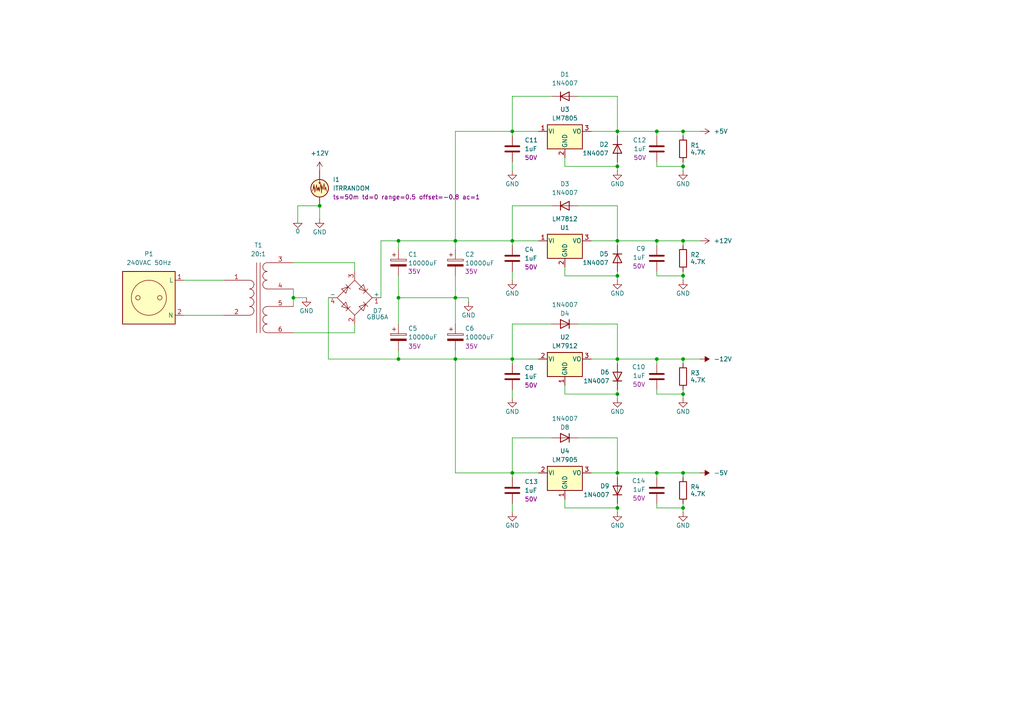
<source format=kicad_sch>
(kicad_sch (version 20231120) (generator "eeschema") (generator_version "8.0")
  (paper "A4")
  (title_block (title "Eurorack_PSU") (date "2026-02-28") (rev "1") (company "Mitch Reynolds"))
  (lib_symbols
    (symbol "Connector:Conn_Plug_2P"
      (property "Reference" "P" (at -7.112 8.636 0))
      (property "Value" "Conn_Plug_2P" (at 0.254 -8.89 0))
      (symbol "Conn_Plug_2P_0_1"
        (circle (center 0 0) (radius 5.08))
      )
      (symbol "Conn_Plug_2P_1_1"
        (rectangle (start -7.62 7.62) (end 7.62 -7.62) (stroke (width 0.254)) (fill (type background)))
        (circle (center -3.175 0) (radius 0.635))
        (circle (center 3.175 0) (radius 0.635))
        (pin power_in line (at 10.16 5.08 180) (length 2.54) (name "L") (number "1"))
        (pin power_out line (at 10.16 -5.08 180) (length 2.54) (name "N") (number "2"))
      )
    )
    (symbol "Device:C" (pin_numbers hide) (pin_names (offset 0.254))
      (property "Reference" "C" (at 0.635 2.54 0))
      (property "Value" "C" (at 0.635 -2.54 0))
      (symbol "C_0_1"
        (polyline (pts (xy -2.032 -0.762) (xy 2.032 -0.762)) (stroke (width 0.508)))
        (polyline (pts (xy -2.032 0.762) (xy 2.032 0.762)) (stroke (width 0.508)))
      )
      (symbol "C_1_1"
        (pin passive line (at 0 3.81 270) (length 2.794) (name "~") (number "1"))
        (pin passive line (at 0 -3.81 90) (length 2.794) (name "~") (number "2"))
      )
    )
    (symbol "Device:C_Polarized" (pin_numbers hide) (pin_names (offset 0.254))
      (property "Reference" "C" (at 0.635 2.54 0))
      (property "Value" "C_Polarized" (at 0.635 -2.54 0))
      (symbol "C_Polarized_0_1"
        (rectangle (start -2.286 0.508) (end 2.286 1.016))
        (polyline (pts (xy -1.778 2.286) (xy -0.762 2.286)))
        (polyline (pts (xy -1.27 2.794) (xy -1.27 1.778)))
        (rectangle (start 2.286 -0.508) (end -2.286 -1.016) (fill (type outline)))
      )
      (symbol "C_Polarized_1_1"
        (pin passive line (at 0 3.81 270) (length 2.794) (name "~") (number "1"))
        (pin passive line (at 0 -3.81 90) (length 2.794) (name "~") (number "2"))
      )
    )
    (symbol "Device:R" (pin_numbers hide) (pin_names (offset 0))
      (property "Reference" "R" (at 2.032 0 90))
      (property "Value" "R" (at -2.032 0 90))
      (symbol "R_0_1"
        (rectangle (start -1.016 -2.54) (end 1.016 2.54) (stroke (width 0.254)))
      )
      (symbol "R_1_1"
        (pin passive line (at 0 3.81 270) (length 1.27) (name "~") (number "1"))
        (pin passive line (at 0 -3.81 90) (length 1.27) (name "~") (number "2"))
      )
    )
    (symbol "Device:Transformer_1P_2S" (pin_names (offset 1.016) hide)
      (property "Reference" "T" (at 0 12.7 0))
      (property "Value" "Transformer_1P_2S" (at 0 -12.7 0))
      (symbol "Transformer_1P_2S_0_1"
        (arc (start -2.54 -5.0546) (mid -1.6599 -4.6901) (end -1.27 -3.81))
        (arc (start -2.54 -2.5146) (mid -1.6599 -2.1501) (end -1.27 -1.27))
        (arc (start -2.54 0.0254) (mid -1.6599 0.3899) (end -1.27 1.27))
        (arc (start -2.54 2.5654) (mid -1.6599 2.9299) (end -1.27 3.81))
        (arc (start -1.27 -3.81) (mid -1.642 -2.912) (end -2.54 -2.54))
        (arc (start -1.27 -1.27) (mid -1.642 -0.372) (end -2.54 0))
        (arc (start -1.27 1.27) (mid -1.642 2.168) (end -2.54 2.54))
        (arc (start -1.27 3.81) (mid -1.642 4.708) (end -2.54 5.08))
        (polyline (pts (xy -0.508 -10.16) (xy -0.508 10.16)))
        (polyline (pts (xy 0.508 10.16) (xy 0.508 -10.16)))
        (arc (start 1.2954 -8.89) (mid 1.6599 -9.7701) (end 2.54 -10.1346))
        (arc (start 1.2954 -6.35) (mid 1.6599 -7.2301) (end 2.54 -7.5946))
        (arc (start 1.2954 -3.81) (mid 1.6599 -4.6901) (end 2.54 -5.0546))
        (arc (start 1.2954 3.81) (mid 1.6599 2.9299) (end 2.54 2.5654))
        (arc (start 1.2954 6.35) (mid 1.6599 5.4699) (end 2.54 5.1054))
        (arc (start 1.2954 8.89) (mid 1.6599 8.0099) (end 2.54 7.6454))
        (arc (start 2.54 -7.62) (mid 1.642 -7.992) (end 1.2954 -8.89))
        (arc (start 2.54 -5.08) (mid 1.642 -5.452) (end 1.2954 -6.35))
        (arc (start 2.54 -2.54) (mid 1.642 -2.912) (end 1.2954 -3.81))
        (arc (start 2.54 5.08) (mid 1.642 4.708) (end 1.2954 3.81))
        (arc (start 2.54 7.62) (mid 1.642 7.248) (end 1.2954 6.35))
        (arc (start 2.54 10.16) (mid 1.642 9.788) (end 1.2954 8.89))
      )
      (symbol "Transformer_1P_2S_1_1"
        (pin passive line (at -10.16 5.08 0) (length 7.62) (name "AA") (number "1"))
        (pin passive line (at -10.16 -5.08 0) (length 7.62) (name "AB") (number "2"))
        (pin passive line (at 10.16 10.16 180) (length 7.62) (name "SA") (number "3"))
        (pin passive line (at 10.16 2.54 180) (length 7.62) (name "SB") (number "4"))
        (pin passive line (at 10.16 -2.54 180) (length 7.62) (name "SC") (number "5"))
        (pin passive line (at 10.16 -10.16 180) (length 7.62) (name "SD") (number "6"))
      )
    )
    (symbol "Diode:1N4007" (pin_numbers hide) (pin_names hide)
      (property "Reference" "D" (at 0 2.54 0))
      (property "Value" "1N4007" (at 0 -2.54 0))
      (symbol "1N4007_0_1"
        (polyline (pts (xy -1.27 1.27) (xy -1.27 -1.27)) (stroke (width 0.254)))
        (polyline (pts (xy 1.27 0) (xy -1.27 0)))
        (polyline (pts (xy 1.27 1.27) (xy 1.27 -1.27) (xy -1.27 0) (xy 1.27 1.27)) (stroke (width 0.254)))
      )
      (symbol "1N4007_1_1"
        (pin passive line (at -3.81 0 0) (length 2.54) (name "K") (number "1"))
        (pin passive line (at 3.81 0 180) (length 2.54) (name "A") (number "2"))
      )
    )
    (symbol "Diode_Bridge:GBU6A" (pin_names (offset 0))
      (property "Reference" "D" (at 2.54 6.985 0))
      (property "Value" "GBU6A" (at 2.54 5.08 0))
      (symbol "GBU6A_0_1"
        (polyline (pts (xy -2.54 3.81) (xy -1.27 2.54)))
        (polyline (pts (xy -1.27 -2.54) (xy -2.54 -3.81)))
        (polyline (pts (xy 2.54 -1.27) (xy 3.81 -2.54)))
        (polyline (pts (xy 2.54 1.27) (xy 3.81 2.54)))
        (polyline (pts (xy -3.81 2.54) (xy -2.54 1.27) (xy -1.905 3.175) (xy -3.81 2.54)))
        (polyline (pts (xy -2.54 -1.27) (xy -3.81 -2.54) (xy -1.905 -3.175) (xy -2.54 -1.27)))
        (polyline (pts (xy 1.27 2.54) (xy 2.54 3.81) (xy 3.175 1.905) (xy 1.27 2.54)))
        (polyline (pts (xy 3.175 -1.905) (xy 1.27 -2.54) (xy 2.54 -3.81) (xy 3.175 -1.905)))
        (polyline (pts (xy -5.08 0) (xy 0 -5.08) (xy 5.08 0) (xy 0 5.08) (xy -5.08 0)))
      )
      (symbol "GBU6A_1_1"
        (pin passive line (at 7.62 0 180) (length 2.54) (name "+") (number "1"))
        (pin passive line (at 0 -7.62 90) (length 2.54) (name "~") (number "2"))
        (pin passive line (at 0 7.62 270) (length 2.54) (name "~") (number "3"))
        (pin passive line (at -7.62 0 0) (length 2.54) (name "-") (number "4"))
      )
    )
    (symbol "Regulator_Linear:LM7805_TO220" (pin_names (offset 0.254))
      (property "Reference" "U" (at -3.81 3.175 0))
      (property "Value" "LM7805_TO220" (at 0 3.175 0))
      (symbol "LM7805_TO220_0_1"
        (rectangle (start -5.08 1.905) (end 5.08 -5.08) (stroke (width 0.254)) (fill (type background)))
      )
      (symbol "LM7805_TO220_1_1"
        (pin power_in line (at -7.62 0 0) (length 2.54) (name "VI") (number "1"))
        (pin power_in line (at 0 -7.62 90) (length 2.54) (name "GND") (number "2"))
        (pin power_out line (at 7.62 0 180) (length 2.54) (name "VO") (number "3"))
      )
    )
    (symbol "Regulator_Linear:LM7812_TO220" (pin_names (offset 0.254))
      (property "Reference" "U" (at -3.81 3.175 0))
      (property "Value" "LM7812_TO220" (at 0 3.175 0))
      (symbol "LM7812_TO220_0_1"
        (rectangle (start -5.08 1.905) (end 5.08 -5.08) (stroke (width 0.254)) (fill (type background)))
      )
      (symbol "LM7812_TO220_1_1"
        (pin power_in line (at -7.62 0 0) (length 2.54) (name "VI") (number "1"))
        (pin power_in line (at 0 -7.62 90) (length 2.54) (name "GND") (number "2"))
        (pin power_out line (at 7.62 0 180) (length 2.54) (name "VO") (number "3"))
      )
    )
    (symbol "Regulator_Linear:LM7905_TO220" (pin_names (offset 0.254))
      (property "Reference" "U" (at -3.81 -3.175 0))
      (property "Value" "LM7905_TO220" (at 0 -3.175 0))
      (symbol "LM7905_TO220_0_1"
        (rectangle (start -5.08 5.08) (end 5.08 -1.905) (stroke (width 0.254)) (fill (type background)))
      )
      (symbol "LM7905_TO220_1_1"
        (pin power_in line (at 0 7.62 270) (length 2.54) (name "GND") (number "1"))
        (pin power_in line (at -7.62 0 0) (length 2.54) (name "VI") (number "2"))
        (pin power_out line (at 7.62 0 180) (length 2.54) (name "VO") (number "3"))
      )
    )
    (symbol "Regulator_Linear:LM7912_TO220" (pin_names (offset 0.254))
      (property "Reference" "U" (at -3.81 -3.175 0))
      (property "Value" "LM7912_TO220" (at 0 -3.175 0))
      (symbol "LM7912_TO220_0_1"
        (rectangle (start -5.08 5.08) (end 5.08 -1.905) (stroke (width 0.254)) (fill (type background)))
      )
      (symbol "LM7912_TO220_1_1"
        (pin power_in line (at 0 7.62 270) (length 2.54) (name "GND") (number "1"))
        (pin power_in line (at -7.62 0 0) (length 2.54) (name "VI") (number "2"))
        (pin power_out line (at 7.62 0 180) (length 2.54) (name "VO") (number "3"))
      )
    )
    (symbol "Simulation_SPICE:0" (power) (pin_numbers hide) (pin_names (offset 0) hide)
      (property "Value" "0" (at 0 -2.54 0))
      (symbol "0_0_1"
        (polyline (pts (xy -1.27 0) (xy 0 -1.27) (xy 1.27 0) (xy -1.27 0)))
      )
      (symbol "0_1_1"
        (pin power_in line (at 0 0 0) (length 0) (name "~") (number "1"))
      )
    )
    (symbol "Simulation_SPICE:ITRRANDOM" (pin_numbers hide) (pin_names (offset 0.0254))
      (property "Reference" "I" (at 2.54 2.54 0))
      (property "Value" "ITRRANDOM" (at 2.54 0 0))
      (property "Sim.Params" "ts=1u td=0 range=1 offset=0" (at 2.54 -2.54 0))
      (symbol "ITRRANDOM_0_1"
        (polyline (pts (xy 0 1.27) (xy 0 2.286)))
        (polyline (pts (xy -0.254 1.778) (xy 0 1.27) (xy 0.254 1.778)))
        (polyline (pts (xy -2.032 -0.762) (xy -1.651 1.143) (xy -1.651 -0.254) (xy -1.524 0.508) (xy -1.397 -1.143) (xy -0.889 1.016) (xy -0.762 -0.762) (xy -0.508 0.254) (xy -0.381 -0.508) (xy -0.254 0.381) (xy -0.127 -0.889) (xy 0.381 1.397) (xy 0.508 -1.397) (xy 0.635 0.762) (xy 1.016 -0.381) (xy 1.27 1.397) (xy 1.524 -0.508) (xy 1.778 0.381) (xy 2.032 -0.889)))
        (circle (center 0 0) (radius 2.54) (stroke (width 0.254)) (fill (type background)))
      )
      (symbol "ITRRANDOM_1_1"
        (pin passive line (at 0 5.08 270) (length 2.54) (name "~") (number "1"))
        (pin passive line (at 0 -5.08 90) (length 2.54) (name "~") (number "2"))
      )
    )
    (symbol "power:+12V" (power) (pin_numbers hide) (pin_names (offset 0) hide)
      (property "Value" "+12V" (at 0 3.556 0))
      (symbol "+12V_0_1"
        (polyline (pts (xy -0.762 1.27) (xy 0 2.54)))
        (polyline (pts (xy 0 0) (xy 0 2.54)))
        (polyline (pts (xy 0 2.54) (xy 0.762 1.27)))
      )
      (symbol "+12V_1_1"
        (pin power_in line (at 0 0 90) (length 0) (name "~") (number "1"))
      )
    )
    (symbol "power:+5V" (power) (pin_numbers hide) (pin_names (offset 0) hide)
      (property "Value" "+5V" (at 0 3.556 0))
      (symbol "+5V_0_1"
        (polyline (pts (xy -0.762 1.27) (xy 0 2.54)))
        (polyline (pts (xy 0 0) (xy 0 2.54)))
        (polyline (pts (xy 0 2.54) (xy 0.762 1.27)))
      )
      (symbol "+5V_1_1"
        (pin power_in line (at 0 0 90) (length 0) (name "~") (number "1"))
      )
    )
    (symbol "power:-12V" (power) (pin_numbers hide) (pin_names (offset 0) hide)
      (property "Value" "-12V" (at 0 3.556 0))
      (symbol "-12V_0_0"
        (pin power_in line (at 0 0 90) (length 0) (name "~") (number "1"))
      )
      (symbol "-12V_0_1"
        (polyline (pts (xy 0 0) (xy 0 1.27) (xy 0.762 1.27) (xy 0 2.54) (xy -0.762 1.27) (xy 0 1.27)) (fill (type outline)))
      )
    )
    (symbol "power:-5V" (power) (pin_numbers hide) (pin_names (offset 0) hide)
      (property "Value" "-5V" (at 0 3.556 0))
      (symbol "-5V_0_0"
        (pin power_in line (at 0 0 90) (length 0) (name "~") (number "1"))
      )
      (symbol "-5V_0_1"
        (polyline (pts (xy 0 0) (xy 0 1.27) (xy 0.762 1.27) (xy 0 2.54) (xy -0.762 1.27) (xy 0 1.27)) (fill (type outline)))
      )
    )
    (symbol "power:GND" (power) (pin_numbers hide) (pin_names (offset 0) hide)
      (property "Value" "GND" (at 0 -3.81 0))
      (symbol "GND_0_1"
        (polyline (pts (xy 0 0) (xy 0 -1.27) (xy 1.27 -1.27) (xy 0 -2.54) (xy -1.27 -1.27) (xy 0 -1.27)))
      )
      (symbol "GND_1_1"
        (pin power_in line (at 0 0 270) (length 0) (name "~") (number "1"))
      )
    )
  )
  (junction (at 190.5 69.85))
  (junction (at 190.5 104.14))
  (junction (at 132.08 69.85))
  (junction (at 92.71 59.69))
  (junction (at 132.08 86.36))
  (junction (at 179.07 48.26))
  (junction (at 179.07 69.85))
  (junction (at 179.07 137.16))
  (junction (at 179.07 38.1))
  (junction (at 148.59 38.1))
  (junction (at 85.09 86.36))
  (junction (at 115.57 104.14))
  (junction (at 148.59 104.14))
  (junction (at 198.12 147.32))
  (junction (at 148.59 69.85))
  (junction (at 132.08 104.14))
  (junction (at 179.07 80.01))
  (junction (at 198.12 48.26))
  (junction (at 179.07 114.3))
  (junction (at 115.57 69.85))
  (junction (at 198.12 137.16))
  (junction (at 198.12 114.3))
  (junction (at 190.5 38.1))
  (junction (at 198.12 104.14))
  (junction (at 148.59 137.16))
  (junction (at 198.12 69.85))
  (junction (at 179.07 147.32))
  (junction (at 198.12 80.01))
  (junction (at 115.57 86.36))
  (junction (at 198.12 38.1))
  (junction (at 190.5 137.16))
  (junction (at 179.07 104.14))
  (wire (pts (xy 179.07 49.53) (xy 179.07 48.26)))
  (wire (pts (xy 198.12 137.16) (xy 203.2 137.16)))
  (wire (pts (xy 179.07 104.14) (xy 190.5 104.14)))
  (wire (pts (xy 160.02 27.94) (xy 148.59 27.94)))
  (wire (pts (xy 102.87 96.52) (xy 102.87 93.98)))
  (wire (pts (xy 132.08 101.6) (xy 132.08 104.14)))
  (wire (pts (xy 190.5 114.3) (xy 198.12 114.3)))
  (wire (pts (xy 190.5 104.14) (xy 190.5 105.41)))
  (wire (pts (xy 190.5 114.3) (xy 190.5 113.03)))
  (wire (pts (xy 85.09 83.82) (xy 85.09 86.36)))
  (wire (pts (xy 179.07 93.98) (xy 179.07 104.14)))
  (wire (pts (xy 132.08 104.14) (xy 132.08 137.16)))
  (wire (pts (xy 148.59 69.85) (xy 156.21 69.85)))
  (wire (pts (xy 115.57 72.39) (xy 115.57 69.85)))
  (wire (pts (xy 115.57 86.36) (xy 132.08 86.36)))
  (wire (pts (xy 179.07 137.16) (xy 179.07 127)))
  (wire (pts (xy 198.12 113.03) (xy 198.12 114.3)))
  (wire (pts (xy 148.59 127) (xy 148.59 137.16)))
  (wire (pts (xy 85.09 76.2) (xy 102.87 76.2)))
  (wire (pts (xy 190.5 78.74) (xy 190.5 80.01)))
  (wire (pts (xy 198.12 80.01) (xy 198.12 81.28)))
  (wire (pts (xy 179.07 81.28) (xy 179.07 80.01)))
  (wire (pts (xy 135.89 86.36) (xy 135.89 87.63)))
  (wire (pts (xy 179.07 59.69) (xy 179.07 69.85)))
  (wire (pts (xy 148.59 113.03) (xy 148.59 115.57)))
  (wire (pts (xy 160.02 59.69) (xy 148.59 59.69)))
  (wire (pts (xy 171.45 104.14) (xy 179.07 104.14)))
  (wire (pts (xy 132.08 72.39) (xy 132.08 69.85)))
  (wire (pts (xy 86.36 59.69) (xy 92.71 59.69)))
  (wire (pts (xy 190.5 38.1) (xy 198.12 38.1)))
  (wire (pts (xy 148.59 137.16) (xy 156.21 137.16)))
  (wire (pts (xy 148.59 69.85) (xy 148.59 71.12)))
  (wire (pts (xy 179.07 115.57) (xy 179.07 114.3)))
  (wire (pts (xy 132.08 104.14) (xy 148.59 104.14)))
  (wire (pts (xy 85.09 86.36) (xy 88.9 86.36)))
  (wire (pts (xy 163.83 45.72) (xy 163.83 48.26)))
  (wire (pts (xy 179.07 137.16) (xy 190.5 137.16)))
  (wire (pts (xy 132.08 69.85) (xy 132.08 38.1)))
  (wire (pts (xy 163.83 80.01) (xy 179.07 80.01)))
  (wire (pts (xy 92.71 59.69) (xy 92.71 63.5)))
  (wire (pts (xy 132.08 137.16) (xy 148.59 137.16)))
  (wire (pts (xy 148.59 146.05) (xy 148.59 148.59)))
  (wire (pts (xy 167.64 127) (xy 179.07 127)))
  (wire (pts (xy 115.57 80.01) (xy 115.57 86.36)))
  (wire (pts (xy 148.59 104.14) (xy 148.59 105.41)))
  (wire (pts (xy 198.12 39.37) (xy 198.12 38.1)))
  (wire (pts (xy 198.12 146.05) (xy 198.12 147.32)))
  (wire (pts (xy 198.12 114.3) (xy 198.12 115.57)))
  (wire (pts (xy 190.5 39.37) (xy 190.5 38.1)))
  (wire (pts (xy 198.12 147.32) (xy 198.12 148.59)))
  (wire (pts (xy 148.59 39.37) (xy 148.59 38.1)))
  (wire (pts (xy 86.36 59.69) (xy 86.36 64.77)))
  (wire (pts (xy 190.5 137.16) (xy 190.5 138.43)))
  (wire (pts (xy 115.57 69.85) (xy 132.08 69.85)))
  (wire (pts (xy 163.83 144.78) (xy 163.83 147.32)))
  (wire (pts (xy 190.5 147.32) (xy 190.5 146.05)))
  (wire (pts (xy 190.5 69.85) (xy 190.5 71.12)))
  (wire (pts (xy 160.02 127) (xy 148.59 127)))
  (wire (pts (xy 85.09 86.36) (xy 85.09 88.9)))
  (wire (pts (xy 132.08 69.85) (xy 148.59 69.85)))
  (wire (pts (xy 179.07 39.37) (xy 179.07 38.1)))
  (wire (pts (xy 190.5 48.26) (xy 198.12 48.26)))
  (wire (pts (xy 190.5 137.16) (xy 198.12 137.16)))
  (wire (pts (xy 179.07 46.99) (xy 179.07 48.26)))
  (wire (pts (xy 148.59 27.94) (xy 148.59 38.1)))
  (wire (pts (xy 85.09 96.52) (xy 102.87 96.52)))
  (wire (pts (xy 190.5 104.14) (xy 198.12 104.14)))
  (wire (pts (xy 163.83 114.3) (xy 179.07 114.3)))
  (wire (pts (xy 95.25 104.14) (xy 115.57 104.14)))
  (wire (pts (xy 190.5 147.32) (xy 198.12 147.32)))
  (wire (pts (xy 132.08 38.1) (xy 148.59 38.1)))
  (wire (pts (xy 198.12 80.01) (xy 190.5 80.01)))
  (wire (pts (xy 148.59 46.99) (xy 148.59 49.53)))
  (wire (pts (xy 179.07 27.94) (xy 179.07 38.1)))
  (wire (pts (xy 179.07 148.59) (xy 179.07 147.32)))
  (wire (pts (xy 167.64 59.69) (xy 179.07 59.69)))
  (wire (pts (xy 179.07 105.41) (xy 179.07 104.14)))
  (wire (pts (xy 198.12 71.12) (xy 198.12 69.85)))
  (wire (pts (xy 102.87 76.2) (xy 102.87 78.74)))
  (wire (pts (xy 179.07 38.1) (xy 190.5 38.1)))
  (wire (pts (xy 163.83 111.76) (xy 163.83 114.3)))
  (wire (pts (xy 171.45 137.16) (xy 179.07 137.16)))
  (wire (pts (xy 179.07 80.01) (xy 179.07 78.74)))
  (wire (pts (xy 190.5 48.26) (xy 190.5 46.99)))
  (wire (pts (xy 198.12 69.85) (xy 203.2 69.85)))
  (wire (pts (xy 198.12 105.41) (xy 198.12 104.14)))
  (wire (pts (xy 198.12 46.99) (xy 198.12 48.26)))
  (wire (pts (xy 171.45 69.85) (xy 179.07 69.85)))
  (wire (pts (xy 95.25 86.36) (xy 95.25 104.14)))
  (wire (pts (xy 167.64 93.98) (xy 179.07 93.98)))
  (wire (pts (xy 148.59 104.14) (xy 156.21 104.14)))
  (wire (pts (xy 179.07 69.85) (xy 179.07 71.12)))
  (wire (pts (xy 198.12 78.74) (xy 198.12 80.01)))
  (wire (pts (xy 110.49 86.36) (xy 110.49 69.85)))
  (wire (pts (xy 171.45 38.1) (xy 179.07 38.1)))
  (wire (pts (xy 198.12 104.14) (xy 203.2 104.14)))
  (wire (pts (xy 198.12 38.1) (xy 203.2 38.1)))
  (wire (pts (xy 148.59 78.74) (xy 148.59 81.28)))
  (wire (pts (xy 198.12 48.26) (xy 198.12 49.53)))
  (wire (pts (xy 132.08 80.01) (xy 132.08 86.36)))
  (wire (pts (xy 179.07 113.03) (xy 179.07 114.3)))
  (wire (pts (xy 163.83 77.47) (xy 163.83 80.01)))
  (wire (pts (xy 167.64 27.94) (xy 179.07 27.94)))
  (wire (pts (xy 148.59 93.98) (xy 148.59 104.14)))
  (wire (pts (xy 179.07 138.43) (xy 179.07 137.16)))
  (wire (pts (xy 115.57 101.6) (xy 115.57 104.14)))
  (wire (pts (xy 163.83 147.32) (xy 179.07 147.32)))
  (wire (pts (xy 110.49 69.85) (xy 115.57 69.85)))
  (wire (pts (xy 198.12 138.43) (xy 198.12 137.16)))
  (wire (pts (xy 115.57 86.36) (xy 115.57 93.98)))
  (wire (pts (xy 160.02 93.98) (xy 148.59 93.98)))
  (wire (pts (xy 163.83 48.26) (xy 179.07 48.26)))
  (wire (pts (xy 148.59 59.69) (xy 148.59 69.85)))
  (wire (pts (xy 190.5 69.85) (xy 198.12 69.85)))
  (wire (pts (xy 148.59 138.43) (xy 148.59 137.16)))
  (wire (pts (xy 179.07 69.85) (xy 190.5 69.85)))
  (wire (pts (xy 132.08 86.36) (xy 132.08 93.98)))
  (wire (pts (xy 132.08 86.36) (xy 135.89 86.36)))
  (wire (pts (xy 179.07 146.05) (xy 179.07 147.32)))
  (wire (pts (xy 115.57 104.14) (xy 132.08 104.14)))
  (wire (pts (xy 53.34 81.28) (xy 64.77 81.28)))
  (wire (pts (xy 148.59 38.1) (xy 156.21 38.1)))
  (wire (pts (xy 53.34 91.44) (xy 64.77 91.44)))
  (symbol (lib_id "Device:C_Polarized") (at 132.08 76.2 0) (unit 1)
    (property "Reference" "C2" (at 134.874 73.7869 0) (effects (justify left)))
    (property "Value" "10000uF" (at 134.874 76.3269 0) (effects (justify left)))
    (property "Footprint" "Capacitor_THT:CP_Radial_D25.0mm_P10.00mm_SnapIn" (effects (hide yes)))
    (property "Description" "Polarized capacitor" (effects (hide yes)))
    (property "Voltage" "35V" (at 136.652 78.74 0))
  )
  (symbol (lib_id "Diode:1N4007") (at 179.07 109.22 90) (unit 1)
    (property "Reference" "D6" (at 176.784 107.95 90) (effects (justify left)))
    (property "Value" "1N4007" (at 176.784 110.49 90) (effects (justify left)))
    (property "Footprint" "Diode_THT:D_DO-41_SOD81_P10.16mm_Horizontal" (effects (hide yes)))
    (property "Datasheet" "http://www.vishay.com/docs/88503/1n4001.pdf" (effects (hide yes)))
    (property "Description" "1000V 1A General Purpose Rectifier Diode, DO-41" (effects (hide yes)))
    (property "Sim.Device" "D" (effects (hide yes)))
    (property "Sim.Pins" "1=K 2=A" (effects (hide yes)))
  )
  (symbol (lib_id "Diode_Bridge:GBU6A") (at 102.87 86.36 0) (unit 1)
    (property "Reference" "D7" (at 109.474 90.17 0))
    (property "Value" "GBU6A" (at 109.474 91.948 0))
    (property "Footprint" "Diode_THT:Diode_Bridge_Vishay_GBU" (effects (hide yes)))
    (property "Datasheet" "http://www.vishay.com/docs/88656/gbu6a.pdf" (effects (hide yes)))
    (property "Description" "Single-Phase Bridge Rectifier, 35V Vrms, 6.0A If, GBU package" (effects (hide yes)))
    (property "Sim.Library" "/Users/mitch/Repositories/Electronics-Projects/Spice_Models/GBU6G.MOD" (effects (hide yes)))
    (property "Sim.Name" "GBU6G" (effects (hide yes)))
    (property "Sim.Device" "SUBCKT" (effects (hide yes)))
    (property "Sim.Pins" "1=1 2=2 3=3 4=4" (effects (hide yes)))
  )
  (symbol (lib_id "Device:R") (at 198.12 142.24 0) (unit 1)
    (property "Reference" "R4" (at 202.946 141.224 0) (effects (justify right)))
    (property "Value" "4.7K" (at 204.724 143.256 0) (effects (justify right)))
    (property "Description" "Resistor" (effects (hide yes)))
  )
  (symbol (lib_id "power:GND") (at 148.59 115.57 0) (unit 1)
    (property "Reference" "#PWR015" (effects (hide yes)))
    (property "Value" "GND" (at 148.59 119.38 0))
    (property "Description" "Power symbol creates a global label with name \"GND\" , ground" (effects (hide yes)))
  )
  (symbol (lib_id "power:GND") (at 179.07 49.53 0) (unit 1)
    (property "Reference" "#PWR08" (effects (hide yes)))
    (property "Value" "GND" (at 179.07 53.34 0))
    (property "Description" "Power symbol creates a global label with name \"GND\" , ground" (effects (hide yes)))
  )
  (symbol (lib_id "power:GND") (at 88.9 86.36 0) (unit 1)
    (property "Reference" "#PWR02" (effects (hide yes)))
    (property "Value" "GND" (at 88.9 90.17 0))
    (property "Description" "Power symbol creates a global label with name \"GND\" , ground" (effects (hide yes)))
  )
  (symbol (lib_id "Diode:1N4007") (at 179.07 43.18 90) (mirror x) (unit 1)
    (property "Reference" "D2" (at 176.53 41.9099 90) (effects (justify left)))
    (property "Value" "1N4007" (at 176.53 44.4499 90) (effects (justify left)))
    (property "Footprint" "Diode_THT:D_DO-41_SOD81_P10.16mm_Horizontal" (effects (hide yes)))
    (property "Datasheet" "http://www.vishay.com/docs/88503/1n4001.pdf" (effects (hide yes)))
    (property "Description" "1000V 1A General Purpose Rectifier Diode, DO-41" (effects (hide yes)))
    (property "Sim.Device" "D" (effects (hide yes)))
    (property "Sim.Pins" "1=K 2=A" (effects (hide yes)))
  )
  (symbol (lib_id "Diode:1N4007") (at 163.83 127 0) (mirror y) (unit 1)
    (property "Reference" "D8" (at 163.83 123.952 0))
    (property "Value" "1N4007" (at 163.83 121.412 0))
    (property "Footprint" "Diode_THT:D_DO-41_SOD81_P10.16mm_Horizontal" (effects (hide yes)))
    (property "Datasheet" "http://www.vishay.com/docs/88503/1n4001.pdf" (effects (hide yes)))
    (property "Description" "1000V 1A General Purpose Rectifier Diode, DO-41" (effects (hide yes)))
    (property "Sim.Device" "D" (effects (hide yes)))
    (property "Sim.Pins" "1=K 2=A" (effects (hide yes)))
  )
  (symbol (lib_id "Device:C_Polarized") (at 132.08 97.79 0) (unit 1)
    (property "Reference" "C6" (at 134.874 95.25 0) (effects (justify left)))
    (property "Value" "10000uF" (at 134.874 97.79 0) (effects (justify left)))
    (property "Footprint" "Capacitor_THT:CP_Radial_D25.0mm_P10.00mm_SnapIn" (effects (hide yes)))
    (property "Description" "Polarized capacitor" (effects (hide yes)))
    (property "Voltage" "35V" (at 134.874 100.4571 0) (effects (justify left)))
  )
  (symbol (lib_id "Connector:Conn_Plug_2P") (at 43.18 86.36 0) (unit 1)
    (property "Reference" "P1" (at 43.18 73.66 0))
    (property "Value" "240VAC 50Hz" (at 43.18 76.2 0))
    (property "Footprint" "Connector_Wire:SolderWire-0.75sqmm_1x02_P7mm_D1.25mm_OD3.5mm" (effects (hide yes)))
    (property "Description" "2 Pins non-protected generic plug" (effects (hide yes)))
    (property "Sim.Device" "V" (effects (hide yes)))
    (property "Sim.Type" "SIN" (effects (hide yes)))
    (property "Sim.Pins" "1=+ 2=-" (effects (hide yes)))
    (property "Sim.Params" "dc=0 ampl=340 f=50 td=0 theta=0 phase=0 ac=340" (effects (hide yes)))
  )
  (symbol (lib_id "Diode:1N4007") (at 179.07 142.24 90) (unit 1)
    (property "Reference" "D9" (at 176.784 140.97 90) (effects (justify left)))
    (property "Value" "1N4007" (at 176.784 143.51 90) (effects (justify left)))
    (property "Footprint" "Diode_THT:D_DO-41_SOD81_P10.16mm_Horizontal" (effects (hide yes)))
    (property "Datasheet" "http://www.vishay.com/docs/88503/1n4001.pdf" (effects (hide yes)))
    (property "Description" "1000V 1A General Purpose Rectifier Diode, DO-41" (effects (hide yes)))
    (property "Sim.Device" "D" (effects (hide yes)))
    (property "Sim.Pins" "1=K 2=A" (effects (hide yes)))
  )
  (symbol (lib_id "power:GND") (at 135.89 87.63 0) (unit 1)
    (property "Reference" "#PWR03" (effects (hide yes)))
    (property "Value" "GND" (at 135.89 91.44 0))
    (property "Description" "Power symbol creates a global label with name \"GND\" , ground" (effects (hide yes)))
  )
  (symbol (lib_id "Device:R") (at 198.12 43.18 0) (unit 1)
    (property "Reference" "R1" (at 202.946 42.164 0) (effects (justify right)))
    (property "Value" "4.7K" (at 204.724 44.196 0) (effects (justify right)))
    (property "Description" "Resistor" (effects (hide yes)))
  )
  (symbol (lib_id "power:+12V") (at 203.2 69.85 270) (unit 1)
    (property "Reference" "#PWR04" (effects (hide yes)))
    (property "Value" "+12V" (at 207.01 69.8499 90) (effects (justify left)))
    (property "Description" "Power symbol creates a global label with name \"+12V\"" (effects (hide yes)))
  )
  (symbol (lib_id "Regulator_Linear:LM7912_TO220") (at 163.83 104.14 0) (mirror x) (unit 1)
    (property "Reference" "U2" (at 163.83 97.79 0))
    (property "Value" "LM7912" (at 163.83 100.33 0))
    (property "Footprint" "Package_TO_SOT_THT:TO-220-3_Vertical" (effects (hide yes)))
    (property "Datasheet" "hhttps://www.onsemi.com/pub/Collateral/MC7900-D.PDF" (effects (hide yes)))
    (property "Description" "Negative 1A 35V Linear Regulator, Fixed Output 12V, TO-220" (effects (hide yes)))
    (property "Sim.Library" "/Users/mitch/Repositories/Electronics-Projects/Spice_Models/LM78XX_LM79XX.MOD" (effects (hide yes)))
    (property "Sim.Name" "LM7912" (effects (hide yes)))
    (property "Sim.Device" "SUBCKT" (effects (hide yes)))
    (property "Sim.Pins" "1=1 2=2 3=3" (effects (hide yes)))
  )
  (symbol (lib_id "Regulator_Linear:LM7905_TO220") (at 163.83 137.16 0) (mirror x) (unit 1)
    (property "Reference" "U4" (at 163.83 130.81 0))
    (property "Value" "LM7905" (at 163.83 133.35 0))
    (property "Footprint" "Package_TO_SOT_THT:TO-220-3_Vertical" (effects (hide yes)))
    (property "Datasheet" "https://www.onsemi.com/pub/Collateral/MC7900-D.PDF" (effects (hide yes)))
    (property "Description" "Negative 1A 35V Linear Regulator, Fixed Output 5V, TO-220" (effects (hide yes)))
    (property "Sim.Library" "/Users/mitch/Repositories/Electronics-Projects/Spice_Models/LM78XX_LM79XX.MOD" (effects (hide yes)))
    (property "Sim.Name" "LM7905" (effects (hide yes)))
    (property "Sim.Device" "SUBCKT" (effects (hide yes)))
    (property "Sim.Pins" "1=1 2=2 3=3" (effects (hide yes)))
  )
  (symbol (lib_id "Simulation_SPICE:ITRRANDOM") (at 92.71 54.61 0) (unit 1) (on_board no)
    (property "Reference" "I1" (at 96.52 52.0699 0) (effects (justify left)))
    (property "Value" "ITRRANDOM" (at 96.52 54.6099 0) (effects (justify left)))
    (property "Datasheet" "https://ngspice.sourceforge.io/docs/ngspice-html-manual/manual.xhtml#subsec_Random_voltage_source" (effects (hide yes)))
    (property "Description" "Current source, random noise" (effects (hide yes)))
    (property "Sim.Pins" "1=+ 2=-" (effects (hide yes)))
    (property "Sim.Device" "I" (effects (hide yes)))
    (property "Sim.Params" "ts=50m td=0 range=0.5 offset=-0.8 ac=1" (at 96.52 57.1499 0) (effects (justify left)))
    (property "Sim.Type" "RANDUNIFORM" (effects (hide yes)))
  )
  (symbol (lib_id "Device:C_Polarized") (at 115.57 97.79 0) (unit 1)
    (property "Reference" "C5" (at 118.364 95.25 0) (effects (justify left)))
    (property "Value" "10000uF" (at 118.364 97.79 0) (effects (justify left)))
    (property "Footprint" "Capacitor_THT:CP_Radial_D25.0mm_P10.00mm_SnapIn" (effects (hide yes)))
    (property "Description" "Polarized capacitor" (effects (hide yes)))
    (property "Voltage" "35V" (at 118.364 100.4571 0) (effects (justify left)))
  )
  (symbol (lib_id "power:GND") (at 198.12 81.28 0) (unit 1)
    (property "Reference" "#PWR06" (effects (hide yes)))
    (property "Value" "GND" (at 198.12 85.09 0))
    (property "Description" "Power symbol creates a global label with name \"GND\" , ground" (effects (hide yes)))
  )
  (symbol (lib_id "Diode:1N4007") (at 179.07 74.93 90) (mirror x) (unit 1)
    (property "Reference" "D5" (at 176.53 73.6599 90) (effects (justify left)))
    (property "Value" "1N4007" (at 176.53 76.1999 90) (effects (justify left)))
    (property "Footprint" "Diode_THT:D_DO-41_SOD81_P10.16mm_Horizontal" (effects (hide yes)))
    (property "Datasheet" "http://www.vishay.com/docs/88503/1n4001.pdf" (effects (hide yes)))
    (property "Description" "1000V 1A General Purpose Rectifier Diode, DO-41" (effects (hide yes)))
    (property "Sim.Device" "D" (effects (hide yes)))
    (property "Sim.Pins" "1=K 2=A" (effects (hide yes)))
  )
  (symbol (lib_id "Device:C") (at 148.59 109.22 0) (unit 1)
    (property "Reference" "C8" (at 152.146 106.68 0) (effects (justify left)))
    (property "Value" "1uF" (at 152.146 109.22 0) (effects (justify left)))
    (property "Footprint" "Capacitor_THT:C_Disc_D3.4mm_W2.1mm_P2.50mm" (effects (hide yes)))
    (property "Description" "Unpolarized capacitor" (effects (hide yes)))
    (property "Voltage" "50V" (at 152.146 111.7601 0) (effects (justify left)))
  )
  (symbol (lib_id "power:GND") (at 92.71 63.5 0) (unit 1)
    (property "Reference" "#PWR019" (effects (hide yes)))
    (property "Value" "GND" (at 92.71 67.31 0))
    (property "Description" "Power symbol creates a global label with name \"GND\" , ground" (effects (hide yes)))
  )
  (symbol (lib_id "Regulator_Linear:LM7805_TO220") (at 163.83 38.1 0) (unit 1)
    (property "Reference" "U3" (at 163.83 31.75 0))
    (property "Value" "LM7805" (at 163.83 34.29 0))
    (property "Footprint" "Package_TO_SOT_THT:TO-220-3_Vertical" (effects (hide yes)))
    (property "Datasheet" "https://www.onsemi.cn/PowerSolutions/document/MC7800-D.PDF" (effects (hide yes)))
    (property "Description" "Positive 1A 35V Linear Regulator, Fixed Output 5V, TO-220" (effects (hide yes)))
    (property "Sim.Library" "/Users/mitch/Repositories/Electronics-Projects/Spice_Models/LM78XX_LM79XX.MOD" (effects (hide yes)))
    (property "Sim.Name" "LM7805" (effects (hide yes)))
    (property "Sim.Device" "SUBCKT" (effects (hide yes)))
    (property "Sim.Pins" "1=1 2=2 3=3" (effects (hide yes)))
  )
  (symbol (lib_id "power:-12V") (at 203.2 104.14 270) (unit 1)
    (property "Reference" "#PWR05" (effects (hide yes)))
    (property "Value" "-12V" (at 207.01 104.1399 90) (effects (justify left)))
    (property "Description" "Power symbol creates a global label with name \"-12V\"" (effects (hide yes)))
  )
  (symbol (lib_id "Device:C") (at 148.59 142.24 0) (unit 1)
    (property "Reference" "C13" (at 152.146 139.7 0) (effects (justify left)))
    (property "Value" "1uF" (at 152.146 142.24 0) (effects (justify left)))
    (property "Footprint" "Capacitor_THT:C_Disc_D3.4mm_W2.1mm_P2.50mm" (effects (hide yes)))
    (property "Description" "Unpolarized capacitor" (effects (hide yes)))
    (property "Voltage" "50V" (at 152.146 144.7801 0) (effects (justify left)))
  )
  (symbol (lib_id "power:GND") (at 179.07 115.57 0) (unit 1)
    (property "Reference" "#PWR016" (effects (hide yes)))
    (property "Value" "GND" (at 179.07 119.38 0))
    (property "Description" "Power symbol creates a global label with name \"GND\" , ground" (effects (hide yes)))
  )
  (symbol (lib_id "Device:C") (at 190.5 43.18 0) (unit 1)
    (property "Reference" "C12" (at 187.452 40.64 0) (effects (justify right)))
    (property "Value" "1uF" (at 187.452 43.18 0) (effects (justify right)))
    (property "Footprint" "Capacitor_THT:C_Disc_D3.4mm_W2.1mm_P2.50mm" (effects (hide yes)))
    (property "Description" "Unpolarized capacitor" (effects (hide yes)))
    (property "Voltage" "50V" (at 187.452 45.7201 0) (effects (justify right)))
  )
  (symbol (lib_id "power:GND") (at 179.07 81.28 0) (unit 1)
    (property "Reference" "#PWR014" (effects (hide yes)))
    (property "Value" "GND" (at 179.07 85.09 0))
    (property "Description" "Power symbol creates a global label with name \"GND\" , ground" (effects (hide yes)))
  )
  (symbol (lib_id "Regulator_Linear:LM7812_TO220") (at 163.83 69.85 0) (unit 1)
    (property "Reference" "U1" (at 163.83 66.04 0))
    (property "Value" "LM7812" (at 163.83 63.5 0))
    (property "Footprint" "Package_TO_SOT_THT:TO-220-3_Vertical" (effects (hide yes)))
    (property "Datasheet" "https://www.onsemi.cn/PowerSolutions/document/MC7800-D.PDF" (effects (hide yes)))
    (property "Description" "Positive 1A 35V Linear Regulator, Fixed Output 12V, TO-220" (effects (hide yes)))
    (property "Sim.Library" "/Users/mitch/Repositories/Electronics-Projects/Spice_Models/LM78XX_LM79XX.MOD" (effects (hide yes)))
    (property "Sim.Name" "LM7812" (effects (hide yes)))
    (property "Sim.Device" "SUBCKT" (effects (hide yes)))
    (property "Sim.Pins" "1=1 2=2 3=3" (effects (hide yes)))
  )
  (symbol (lib_id "Device:R") (at 198.12 74.93 0) (unit 1)
    (property "Reference" "R2" (at 202.946 73.914 0) (effects (justify right)))
    (property "Value" "4.7K" (at 204.724 75.946 0) (effects (justify right)))
    (property "Description" "Resistor" (effects (hide yes)))
  )
  (symbol (lib_id "Device:C_Polarized") (at 115.57 76.2 0) (unit 1)
    (property "Reference" "C1" (at 118.364 73.7869 0) (effects (justify left)))
    (property "Value" "10000uF" (at 118.364 76.3269 0) (effects (justify left)))
    (property "Footprint" "Capacitor_THT:CP_Radial_D25.0mm_P10.00mm_SnapIn" (effects (hide yes)))
    (property "Description" "Polarized capacitor" (effects (hide yes)))
    (property "Voltage" "35V" (at 120.142 78.74 0))
  )
  (symbol (lib_id "Simulation_SPICE:0") (at 86.36 64.77 0) (unit 1)
    (property "Reference" "#GND01" (effects (hide yes)))
    (property "Value" "0" (at 86.36 67.056 0))
    (property "Datasheet" "https://ngspice.sourceforge.io/docs/ngspice-html-manual/manual.xhtml#subsec_Circuit_elements__device" (effects (hide yes)))
    (property "Description" "0V reference potential for simulation" (effects (hide yes)))
  )
  (symbol (lib_id "Diode:1N4007") (at 163.83 93.98 0) (mirror y) (unit 1)
    (property "Reference" "D4" (at 163.83 90.932 0))
    (property "Value" "1N4007" (at 163.83 88.392 0))
    (property "Footprint" "Diode_THT:D_DO-41_SOD81_P10.16mm_Horizontal" (effects (hide yes)))
    (property "Datasheet" "http://www.vishay.com/docs/88503/1n4001.pdf" (effects (hide yes)))
    (property "Description" "1000V 1A General Purpose Rectifier Diode, DO-41" (effects (hide yes)))
    (property "Sim.Device" "D" (effects (hide yes)))
    (property "Sim.Pins" "1=K 2=A" (effects (hide yes)))
  )
  (symbol (lib_id "power:GND") (at 198.12 49.53 0) (unit 1)
    (property "Reference" "#PWR09" (effects (hide yes)))
    (property "Value" "GND" (at 198.12 53.34 0))
    (property "Description" "Power symbol creates a global label with name \"GND\" , ground" (effects (hide yes)))
  )
  (symbol (lib_id "power:-5V") (at 203.2 137.16 270) (unit 1)
    (property "Reference" "#PWR010" (effects (hide yes)))
    (property "Value" "-5V" (at 207.01 137.1599 90) (effects (justify left)))
    (property "Description" "Power symbol creates a global label with name \"-5V\"" (effects (hide yes)))
  )
  (symbol (lib_id "power:+5V") (at 203.2 38.1 270) (unit 1)
    (property "Reference" "#PWR021" (effects (hide yes)))
    (property "Value" "+5V" (at 207.01 38.0999 90) (effects (justify left)))
    (property "Description" "Power symbol creates a global label with name \"+5V\"" (effects (hide yes)))
  )
  (symbol (lib_id "Device:C") (at 148.59 74.93 0) (unit 1)
    (property "Reference" "C4" (at 152.146 72.39 0) (effects (justify left)))
    (property "Value" "1uF" (at 152.146 74.93 0) (effects (justify left)))
    (property "Footprint" "Capacitor_THT:C_Disc_D3.4mm_W2.1mm_P2.50mm" (effects (hide yes)))
    (property "Description" "Unpolarized capacitor" (effects (hide yes)))
    (property "Voltage" "50V" (at 152.146 77.4701 0) (effects (justify left)))
  )
  (symbol (lib_id "Device:C") (at 190.5 74.93 0) (unit 1)
    (property "Reference" "C9" (at 187.198 72.1359 0) (effects (justify right)))
    (property "Value" "1uF" (at 187.198 74.6759 0) (effects (justify right)))
    (property "Footprint" "Capacitor_THT:C_Disc_D3.4mm_W2.1mm_P2.50mm" (effects (hide yes)))
    (property "Description" "Unpolarized capacitor" (effects (hide yes)))
    (property "Voltage" "50V" (at 187.198 77.216 0) (effects (justify right)))
  )
  (symbol (lib_id "Diode:1N4007") (at 163.83 27.94 0) (unit 1)
    (property "Reference" "D1" (at 163.83 21.59 0))
    (property "Value" "1N4007" (at 163.83 24.13 0))
    (property "Footprint" "Diode_THT:D_DO-41_SOD81_P10.16mm_Horizontal" (effects (hide yes)))
    (property "Datasheet" "http://www.vishay.com/docs/88503/1n4001.pdf" (effects (hide yes)))
    (property "Description" "1000V 1A General Purpose Rectifier Diode, DO-41" (effects (hide yes)))
    (property "Sim.Device" "D" (effects (hide yes)))
    (property "Sim.Pins" "1=K 2=A" (effects (hide yes)))
  )
  (symbol (lib_id "Device:C") (at 190.5 109.22 0) (unit 1)
    (property "Reference" "C10" (at 187.198 106.4259 0) (effects (justify right)))
    (property "Value" "1uF" (at 187.198 108.9659 0) (effects (justify right)))
    (property "Footprint" "Capacitor_THT:C_Disc_D3.4mm_W2.1mm_P2.50mm" (effects (hide yes)))
    (property "Description" "Unpolarized capacitor" (effects (hide yes)))
    (property "Voltage" "50V" (at 187.198 111.506 0) (effects (justify right)))
  )
  (symbol (lib_id "power:GND") (at 198.12 148.59 0) (unit 1)
    (property "Reference" "#PWR07" (effects (hide yes)))
    (property "Value" "GND" (at 198.12 152.4 0))
    (property "Description" "Power symbol creates a global label with name \"GND\" , ground" (effects (hide yes)))
  )
  (symbol (lib_id "power:GND") (at 148.59 148.59 0) (unit 1)
    (property "Reference" "#PWR017" (effects (hide yes)))
    (property "Value" "GND" (at 148.59 152.4 0))
    (property "Description" "Power symbol creates a global label with name \"GND\" , ground" (effects (hide yes)))
  )
  (symbol (lib_id "Device:C") (at 190.5 142.24 0) (unit 1)
    (property "Reference" "C14" (at 187.198 139.4459 0) (effects (justify right)))
    (property "Value" "1uF" (at 187.198 141.9859 0) (effects (justify right)))
    (property "Footprint" "Capacitor_THT:C_Disc_D3.4mm_W2.1mm_P2.50mm" (effects (hide yes)))
    (property "Description" "Unpolarized capacitor" (effects (hide yes)))
    (property "Voltage" "50V" (at 187.198 144.526 0) (effects (justify right)))
  )
  (symbol (lib_id "power:GND") (at 179.07 148.59 0) (unit 1)
    (property "Reference" "#PWR018" (effects (hide yes)))
    (property "Value" "GND" (at 179.07 152.4 0))
    (property "Description" "Power symbol creates a global label with name \"GND\" , ground" (effects (hide yes)))
  )
  (symbol (lib_id "power:+12V") (at 92.71 49.53 0) (unit 1)
    (property "Reference" "#PWR013" (effects (hide yes)))
    (property "Value" "+12V" (at 92.71 44.45 0))
    (property "Description" "Power symbol creates a global label with name \"+12V\"" (effects (hide yes)))
  )
  (symbol (lib_id "power:GND") (at 198.12 115.57 0) (unit 1)
    (property "Reference" "#PWR01" (effects (hide yes)))
    (property "Value" "GND" (at 198.12 119.38 0))
    (property "Description" "Power symbol creates a global label with name \"GND\" , ground" (effects (hide yes)))
  )
  (symbol (lib_id "Diode:1N4007") (at 163.83 59.69 0) (unit 1)
    (property "Reference" "D3" (at 163.83 53.34 0))
    (property "Value" "1N4007" (at 163.83 55.88 0))
    (property "Footprint" "Diode_THT:D_DO-41_SOD81_P10.16mm_Horizontal" (effects (hide yes)))
    (property "Datasheet" "http://www.vishay.com/docs/88503/1n4001.pdf" (effects (hide yes)))
    (property "Description" "1000V 1A General Purpose Rectifier Diode, DO-41" (effects (hide yes)))
    (property "Sim.Device" "D" (effects (hide yes)))
    (property "Sim.Pins" "1=K 2=A" (effects (hide yes)))
  )
  (symbol (lib_id "Device:C") (at 148.59 43.18 0) (unit 1)
    (property "Reference" "C11" (at 152.146 40.64 0) (effects (justify left)))
    (property "Value" "1uF" (at 152.146 43.18 0) (effects (justify left)))
    (property "Footprint" "Capacitor_THT:C_Disc_D3.4mm_W2.1mm_P2.50mm" (effects (hide yes)))
    (property "Description" "Unpolarized capacitor" (effects (hide yes)))
    (property "Voltage" "50V" (at 152.146 45.7201 0) (effects (justify left)))
  )
  (symbol (lib_id "power:GND") (at 148.59 49.53 0) (unit 1)
    (property "Reference" "#PWR011" (effects (hide yes)))
    (property "Value" "GND" (at 148.59 53.34 0))
    (property "Description" "Power symbol creates a global label with name \"GND\" , ground" (effects (hide yes)))
  )
  (symbol (lib_id "Device:Transformer_1P_2S") (at 74.93 86.36 0) (unit 1)
    (property "Reference" "T1" (at 74.93 71.12 0))
    (property "Value" "20:1" (at 74.93 73.66 0))
    (property "Footprint" "Connector_Wire:SolderWire-0.75sqmm_1x04_P7mm_D1.25mm_OD3.5mm" (effects (hide yes)))
    (property "Description" "Transformer, single primary, dual secondary" (effects (hide yes)))
    (property "Sim.Library" "/Users/mitch/Repositories/Electronics-Projects/Spice_Models/XFMR_240_12_12.MOD" (effects (hide yes)))
    (property "Sim.Name" "XFMR_240_12_12" (effects (hide yes)))
    (property "Sim.Device" "SUBCKT" (effects (hide yes)))
    (property "Sim.Pins" "1=1 2=2 3=3 4=4 5=5 6=6" (effects (hide yes)))
  )
  (symbol (lib_id "power:GND") (at 148.59 81.28 0) (unit 1)
    (property "Reference" "#PWR012" (effects (hide yes)))
    (property "Value" "GND" (at 148.59 85.09 0))
    (property "Description" "Power symbol creates a global label with name \"GND\" , ground" (effects (hide yes)))
  )
  (symbol (lib_id "Device:R") (at 198.12 109.22 0) (unit 1)
    (property "Reference" "R3" (at 202.946 108.204 0) (effects (justify right)))
    (property "Value" "4.7K" (at 204.724 110.236 0) (effects (justify right)))
    (property "Description" "Resistor" (effects (hide yes)))
  )
)
</source>
